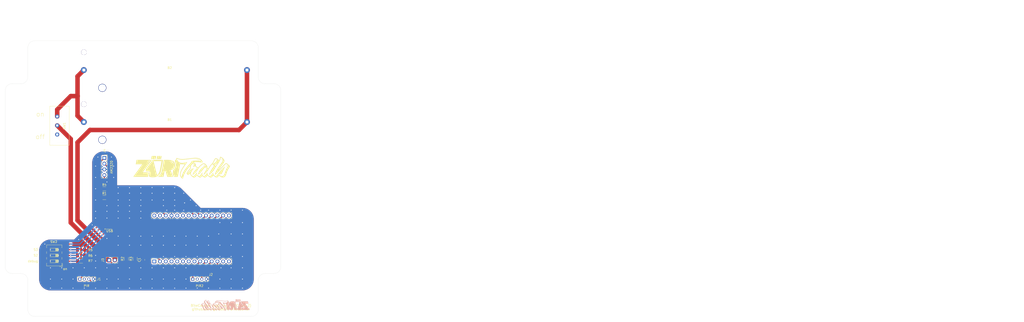
<source format=kicad_pcb>
(kicad_pcb (version 20240108) (generator "pcbnew") (generator_version "8.0")
  (layers (0 "F.Cu" signal) (31 "B.Cu" signal) (34 "B.Paste" user) (35 "F.Paste" user) (36 "B.SilkS" user "B.Silkscreen") (37 "F.SilkS" user "F.Silkscreen") (38 "B.Mask" user) (39 "F.Mask" user) (44 "Edge.Cuts" user))
  (net 0 "")
  (net 2 "+3V3")
  (net 4 "Net-(A1-D9)")
  (net 5 "Net-(A1-D8)")
  (net 6 "GND")
  (net 8 "PIR2_power")
  (net 12 "Net-(A1-D10)")
  (net 14 "PIR_signal")
  (net 16 "PIR2_signal")
  (net 17 "PIR_power")
  (net 18 "Net-(A1-A0)")
  (net 19 "Net-(A1-D7)")
  (net 27 "SDA")
  (net 28 "SCL")
  (net 30 "Net-(J3-Pin_1)")
  (net 31 "Net-(B1--)")
  (net 32 "Net-(B1-+)")
  (footprint "Resistor_SMD:R_1206_3216Metric_Pad1.30x1.75mm_HandSolder" (layer "F.Cu") (at 63.55 137)
    (property "Reference" "R7" (at 4.119335 -0.07183 0) (layer "F.SilkS"))
    (property "Value" "10k")
    (pad "1" smd roundrect (at -1.55 0) (size 1.3 1.75) (layers "F.Cu" "F.Paste" "F.Mask") (roundrect_rratio 0.192308) (net 19 "Net-(A1-D7)"))
    (pad "2" smd roundrect (at 1.55 0) (size 1.3 1.75) (layers "F.Cu" "F.Paste" "F.Mask") (roundrect_rratio 0.192308) (net 6 "GND"))
  )
  (footprint "Resistor_SMD:R_1206_3216Metric_Pad1.30x1.75mm_HandSolder" (layer "F.Cu") (at 63.55 134.46)
    (property "Reference" "R6" (at 4.119335 0.18217 0) (layer "F.SilkS"))
    (property "Value" "10k")
    (pad "1" smd roundrect (at -1.55 0) (size 1.3 1.75) (layers "F.Cu" "F.Paste" "F.Mask") (roundrect_rratio 0.192308) (net 5 "Net-(A1-D8)"))
    (pad "2" smd roundrect (at 1.55 0) (size 1.3 1.75) (layers "F.Cu" "F.Paste" "F.Mask") (roundrect_rratio 0.192308) (net 6 "GND"))
  )
  (footprint "General_TM:Arduino_MKR_WAN_1310" (layer "F.Cu") (at 95.98 137.181 90)
    (property "Reference" "A1" (hide yes))
    (property "Value" "Arduino_MKR_WAN_1310")
    (fp_text user "USB" (at 13.462 -19.812 0) (layer "F.SilkS"))
    (pad "1" thru_hole rect (at 0 0 90) (size 1.7 1.7) (drill 1) (layers "*.Cu" "*.Mask"))
    (pad "2" thru_hole oval (at 0 2.54 90) (size 1.7 1.7) (drill 1) (layers "*.Cu" "*.Mask") (net 18 "Net-(A1-A0)"))
    (pad "3" thru_hole oval (at 0 5.08 90) (size 1.7 1.7) (drill 1) (layers "*.Cu" "*.Mask"))
    (pad "4" thru_hole oval (at 0 7.62 90) (size 1.7 1.7) (drill 1) (layers "*.Cu" "*.Mask"))
    (pad "5" thru_hole oval (at 0 10.16 90) (size 1.7 1.7) (drill 1) (layers "*.Cu" "*.Mask"))
    (pad "6" thru_hole oval (at 0 12.7 90) (size 1.7 1.7) (drill 1) (layers "*.Cu" "*.Mask"))
    (pad "7" thru_hole oval (at 0 15.24 90) (size 1.7 1.7) (drill 1) (layers "*.Cu" "*.Mask"))
    (pad "8" thru_hole oval (at 0 17.78 90) (size 1.7 1.7) (drill 1) (layers "*.Cu" "*.Mask"))
    (pad "9" thru_hole oval (at 0 20.32 90) (size 1.7 1.7) (drill 1) (layers "*.Cu" "*.Mask") (net 14 "PIR_signal"))
    (pad "10" thru_hole oval (at 0 22.86 90) (size 1.7 1.7) (drill 1) (layers "*.Cu" "*.Mask") (net 16 "PIR2_signal"))
    (pad "11" thru_hole oval (at 0 25.4 90) (size 1.7 1.7) (drill 1) (layers "*.Cu" "*.Mask") (net 8 "PIR2_power"))
    (pad "12" thru_hole oval (at 0 27.94 90) (size 1.7 1.7) (drill 1) (layers "*.Cu" "*.Mask") (net 17 "PIR_power"))
    (pad "13" thru_hole oval (at 0 30.48 90) (size 1.7 1.7) (drill 1) (layers "*.Cu" "*.Mask"))
    (pad "14" thru_hole oval (at 0 33.02 90) (size 1.7 1.7) (drill 1) (layers "*.Cu" "*.Mask"))
    (pad "15" thru_hole oval (at 20.32 33.02 90) (size 1.7 1.7) (drill 1) (layers "*.Cu" "*.Mask"))
    (pad "16" thru_hole oval (at 20.32 30.48 90) (size 1.7 1.7) (drill 1) (layers "*.Cu" "*.Mask") (net 19 "Net-(A1-D7)"))
    (pad "17" thru_hole oval (at 20.32 27.94 90) (size 1.7 1.7) (drill 1) (layers "*.Cu" "*.Mask") (net 5 "Net-(A1-D8)"))
    (pad "18" thru_hole oval (at 20.32 25.4 90) (size 1.7 1.7) (drill 1) (layers "*.Cu" "*.Mask") (net 4 "Net-(A1-D9)"))
    (pad "19" thru_hole oval (at 20.32 22.86 90) (size 1.7 1.7) (drill 1) (layers "*.Cu" "*.Mask") (net 12 "Net-(A1-D10)"))
    (pad "20" thru_hole oval (at 20.32 20.32 90) (size 1.7 1.7) (drill 1) (layers "*.Cu" "*.Mask") (net 27 "SDA"))
    (pad "21" thru_hole oval (at 20.32 17.78 90) (size 1.7 1.7) (drill 1) (layers "*.Cu" "*.Mask") (net 28 "SCL"))
    (pad "22" thru_hole oval (at 20.32 15.24 90) (size 1.7 1.7) (drill 1) (layers "*.Cu" "*.Mask"))
    (pad "23" thru_hole oval (at 20.32 12.7 90) (size 1.7 1.7) (drill 1) (layers "*.Cu" "*.Mask"))
    (pad "24" thru_hole oval (at 20.32 10.16 90) (size 1.7 1.7) (drill 1) (layers "*.Cu" "*.Mask"))
    (pad "25" thru_hole oval (at 20.32 7.62 90) (size 1.7 1.7) (drill 1) (layers "*.Cu" "*.Mask") (net 6 "GND"))
    (pad "26" thru_hole oval (at 20.32 5.08 90) (size 1.7 1.7) (drill 1) (layers "*.Cu" "*.Mask") (net 2 "+3V3"))
    (pad "27" thru_hole oval (at 20.32 2.54 90) (size 1.7 1.7) (drill 1) (layers "*.Cu" "*.Mask"))
    (pad "28" thru_hole oval (at 20.32 0 90) (size 1.7 1.7) (drill 1) (layers "*.Cu" "*.Mask"))
  )
  (footprint "Capacitor_SMD:C_0805_2012Metric_Pad1.18x1.45mm_HandSolder" (layer "F.Cu") (at 91.016 136.475 90)
    (property "Reference" "C1" (at 0 -1.68 -90) (layer "F.SilkS"))
    (property "Value" "0.1uF")
    (pad "1" smd roundrect (at -1.0375 0 90) (size 1.175 1.45) (layers "F.Cu" "F.Paste" "F.Mask") (roundrect_rratio 0.212766) (net 18 "Net-(A1-A0)"))
    (pad "2" smd roundrect (at 1.0375 0 90) (size 1.175 1.45) (layers "F.Cu" "F.Paste" "F.Mask") (roundrect_rratio 0.212766) (net 6 "GND"))
  )
  (footprint "Resistor_SMD:R_1206_3216Metric_Pad1.30x1.75mm_HandSolder" (layer "F.Cu") (at 83.65 136.0125 90)
    (property "Reference" "R2" (at 0 -1.82 -90) (layer "F.SilkS"))
    (property "Value" "330k")
    (pad "1" smd roundrect (at -1.55 0 90) (size 1.3 1.75) (layers "F.Cu" "F.Paste" "F.Mask") (roundrect_rratio 0.192308) (net 30 "Net-(J3-Pin_1)"))
    (pad "2" smd roundrect (at 1.55 0 90) (size 1.3 1.75) (layers "F.Cu" "F.Paste" "F.Mask") (roundrect_rratio 0.192308) (net 18 "Net-(A1-A0)"))
  )
  (footprint "Resistor_SMD:R_1206_3216Metric_Pad1.30x1.75mm_HandSolder" (layer "F.Cu") (at 87.46 136.0125 90)
    (property "Reference" "R3" (at 0 -1.82 -90) (layer "F.SilkS"))
    (property "Value" "1.2M")
    (pad "1" smd roundrect (at -1.55 0 90) (size 1.3 1.75) (layers "F.Cu" "F.Paste" "F.Mask") (roundrect_rratio 0.192308) (net 18 "Net-(A1-A0)"))
    (pad "2" smd roundrect (at 1.55 0 90) (size 1.3 1.75) (layers "F.Cu" "F.Paste" "F.Mask") (roundrect_rratio 0.192308) (net 6 "GND"))
  )
  (footprint "Button_Switch_SMD:SW_DIP_SPSTx03_Slide_6.7x9.18mm_W8.61mm_P2.54mm_LowProfile" (layer "F.Cu") (at 51.695 134.54 180)
    (property "Reference" "SW2" (at 0.195 6.04 180) (layer "F.SilkS"))
    (property "Value" "SW_DIP_x03")
    (pad "1" smd rect (at -4.305 -2.54 180) (size 2.44 1.12) (layers "F.Cu" "F.Paste" "F.Mask") (net 19 "Net-(A1-D7)"))
    (pad "2" smd rect (at -4.305 0 180) (size 2.44 1.12) (layers "F.Cu" "F.Paste" "F.Mask") (net 5 "Net-(A1-D8)"))
    (pad "3" smd rect (at -4.305 2.54 180) (size 2.44 1.12) (layers "F.Cu" "F.Paste" "F.Mask") (net 4 "Net-(A1-D9)"))
    (pad "4" smd rect (at 4.305 2.54 180) (size 2.44 1.12) (layers "F.Cu" "F.Paste" "F.Mask") (net 12 "Net-(A1-D10)"))
    (pad "5" smd rect (at 4.305 0 180) (size 2.44 1.12) (layers "F.Cu" "F.Paste" "F.Mask") (net 12 "Net-(A1-D10)"))
    (pad "6" smd rect (at 4.305 -2.54 180) (size 2.44 1.12) (layers "F.Cu" "F.Paste" "F.Mask") (net 12 "Net-(A1-D10)"))
  )
  (footprint "Resistor_SMD:R_1206_3216Metric_Pad1.30x1.75mm_HandSolder" (layer "F.Cu") (at 63.55 131.92)
    (property "Reference" "R5" (at 4.119335 0.18217 0) (layer "F.SilkS"))
    (property "Value" "10k")
    (pad "1" smd roundrect (at -1.55 0) (size 1.3 1.75) (layers "F.Cu" "F.Paste" "F.Mask") (roundrect_rratio 0.192308) (net 4 "Net-(A1-D9)"))
    (pad "2" smd roundrect (at 1.55 0) (size 1.3 1.75) (layers "F.Cu" "F.Paste" "F.Mask") (roundrect_rratio 0.192308) (net 6 "GND"))
  )
  (footprint "Resistor_SMD:R_1206_3216Metric_Pad1.30x1.75mm_HandSolder" (layer "F.Cu") (at 73.872 108.89)
    (property "Reference" "R1" (at 0 -1.82 0) (layer "F.SilkS"))
    (property "Value" "10k")
    (pad "1" smd roundrect (at -1.55 0) (size 1.3 1.75) (layers "F.Cu" "F.Paste" "F.Mask") (roundrect_rratio 0.192308) (net 2 "+3V3"))
    (pad "2" smd roundrect (at 1.55 0) (size 1.3 1.75) (layers "F.Cu" "F.Paste" "F.Mask") (roundrect_rratio 0.192308) (net 28 "SCL"))
  )
  (footprint "Resistor_SMD:R_1206_3216Metric_Pad1.30x1.75mm_HandSolder" (layer "F.Cu") (at 73.872 105.08)
    (property "Reference" "R4" (at 0 -1.82 0) (layer "F.SilkS"))
    (property "Value" "10k")
    (pad "1" smd roundrect (at -1.55 0) (size 1.3 1.75) (layers "F.Cu" "F.Paste" "F.Mask") (roundrect_rratio 0.192308) (net 2 "+3V3"))
    (pad "2" smd roundrect (at 1.55 0) (size 1.3 1.75) (layers "F.Cu" "F.Paste" "F.Mask") (roundrect_rratio 0.192308) (net 27 "SDA"))
  )
  (footprint "Connector_PinSocket_2.54mm:PinSocket_1x04_P2.54mm_Vertical" (layer "F.Cu") (at 73.872 91.364)
    (property "Reference" "J4" (at 0 -3.175 90) (layer "F.SilkS"))
    (property "Value" "AM2320" (at 3.175 4.064 90) (layer "F.SilkS"))
    (pad "1" thru_hole rect (at 0 0) (size 1.7 1.7) (drill 1) (layers "*.Cu" "*.Mask") (net 2 "+3V3"))
    (pad "2" thru_hole oval (at 0 2.54) (size 1.7 1.7) (drill 1) (layers "*.Cu" "*.Mask") (net 27 "SDA"))
    (pad "3" thru_hole oval (at 0 5.08) (size 1.7 1.7) (drill 1) (layers "*.Cu" "*.Mask") (net 6 "GND"))
    (pad "4" thru_hole oval (at 0 7.62) (size 1.7 1.7) (drill 1) (layers "*.Cu" "*.Mask") (net 28 "SCL"))
  )
  (footprint "Connector_PinSocket_2.54mm:PinSocket_1x02_P2.54mm_Vertical" (layer "F.Cu") (at 75.975 136.611 90)
    (property "Reference" "J3" (at 0 -2.77 -90) (layer "F.SilkS"))
    (property "Value" "Conn_01x02_Socket" (hide yes))
    (pad "1" thru_hole rect (at 0 0 90) (size 1.7 1.7) (drill 1) (layers "*.Cu" "*.Mask") (net 30 "Net-(J3-Pin_1)"))
    (pad "2" thru_hole oval (at 0 2.54 90) (size 1.7 1.7) (drill 1) (layers "*.Cu" "*.Mask") (net 31 "Net-(B1--)"))
  )
  (footprint "General_TM:Switch_MHS12204" (layer "F.Cu") (at 53 73 90)
    (property "Reference" "SW1" (at -4.19 3.175 -90) (layer "F.SilkS"))
    (property "Value" "SW_SPST")
    (pad "" np_thru_hole circle (at -11.5 -2 90) (size 1.4 1.4) (drill 1.4) (layers "*.Cu" "*.Mask"))
    (pad "" np_thru_hole circle (at 3.5 4.2 90) (size 1.4 1.4) (drill 1.4) (layers "*.Cu" "*.Mask"))
    (pad "1" thru_hole circle (at 0 0 90) (size 1.8 1.8) (drill 0.9) (layers "*.Cu" "*.Mask") (net 32 "Net-(B1-+)"))
    (pad "2" thru_hole circle (at -4 0 90) (size 1.8 1.8) (drill 0.9) (layers "*.Cu" "*.Mask") (net 30 "Net-(J3-Pin_1)"))
    (pad "3" thru_hole circle (at -8 0 90) (size 1.8 1.8) (drill 0.9) (layers "*.Cu" "*.Mask"))
  )
  (footprint "Connector_PinSocket_2.00mm:PinSocket_1x04_P2.00mm_Vertical" (layer "F.Cu") (at 63 145 90)
    (property "Reference" "J1" (at 0 8.5 0) (layer "F.SilkS"))
    (property "Value" "PIR Sensor")
    (pad "1" thru_hole rect (at 0 0 90) (size 1.35 1.35) (drill 0.8) (layers "*.Cu" "*.Mask") (net 14 "PIR_signal"))
    (pad "2" thru_hole oval (at 0 2 90) (size 1.35 1.35) (drill 0.8) (layers "*.Cu" "*.Mask"))
    (pad "3" thru_hole oval (at 0 4 90) (size 1.35 1.35) (drill 0.8) (layers "*.Cu" "*.Mask") (net 17 "PIR_power"))
    (pad "4" thru_hole oval (at 0 6 90) (size 1.35 1.35) (drill 0.8) (layers "*.Cu" "*.Mask") (net 6 "GND"))
  )
  (footprint "General_TM:BatteryHolder_Keystone_1043_1x18650" (layer "F.Cu") (at 64.78 52.475 180)
    (property "Reference" "B2" (at -38 1 180) (layer "F.SilkS"))
    (property "Value" "Keystone_1043")
    (pad "" np_thru_hole circle (at -63.4 7.87 180) (size 3.55 3.55) (drill 3.55) (layers "F&B.Cu" "*.Mask"))
    (pad "" np_thru_hole circle (at -8.2 -7.87 180) (size 3.55 3.55) (drill 3.18) (layers "F&B.Cu" "*.Mask"))
    (pad "" np_thru_hole circle (at 0 7.87 180) (size 2.39 2.39) (drill 2.38) (layers "F&B.Cu" "*.Mask"))
    (pad "1" thru_hole circle (at 0 0 180) (size 2.64 2.64) (drill 1.32) (layers "*.Cu" "*.Mask") (net 32 "Net-(B1-+)"))
    (pad "2" thru_hole circle (at -72.22 0 180) (size 2.64 2.64) (drill 1.32) (layers "*.Cu" "*.Mask") (net 31 "Net-(B1--)"))
  )
  (footprint "ZueriTrailsLogo:ZueriTrailsLogo" (layer "F.Cu") (at 108 95.5)
    (property "Reference" "G***" (hide yes))
    (property "Value" "LOGO" (hide yes))
  )
  (footprint "MountingHole:MountingHole_4.3mm_M4" (layer "F.Cu") (at 146.935 128.49)
    (property "Reference" "REF**" (hide yes))
    (property "Value" "MountingHole_4.3mm_M4" (hide yes))
    (pad "" np_thru_hole circle (at 0 0) (size 4.3 4.3) (drill 4.3) (layers "F&B.Cu" "*.Mask"))
  )
  (footprint "MountingHole:MountingHole_4.3mm_M4" (layer "F.Cu") (at 35.065 72.56)
    (property "Reference" "REF**" (hide yes))
    (property "Value" "MountingHole_4.3mm_M4" (hide yes))
    (pad "" np_thru_hole circle (at 0 0) (size 4.3 4.3) (drill 4.3) (layers "F&B.Cu" "*.Mask"))
  )
  (footprint "General_TM:BatteryHolder_Keystone_1043_1x18650" (layer "F.Cu") (at 64.78 75.475 180)
    (property "Reference" "B1" (at -38 1 180) (layer "F.SilkS"))
    (property "Value" "Keystone_1043")
    (pad "" np_thru_hole circle (at -63.4 7.87 180) (size 3.55 3.55) (drill 3.55) (layers "F&B.Cu" "*.Mask"))
    (pad "" np_thru_hole circle (at -8.2 -7.87 180) (size 3.55 3.55) (drill 3.18) (layers "F&B.Cu" "*.Mask"))
    (pad "" np_thru_hole circle (at 0 7.87 180) (size 2.39 2.39) (drill 2.38) (layers "F&B.Cu" "*.Mask"))
    (pad "1" thru_hole circle (at 0 0 180) (size 2.64 2.64) (drill 1.32) (layers "*.Cu" "*.Mask") (net 32 "Net-(B1-+)"))
    (pad "2" thru_hole circle (at -72.22 0 180) (size 2.64 2.64) (drill 1.32) (layers "*.Cu" "*.Mask") (net 31 "Net-(B1--)"))
  )
  (footprint "Connector_PinSocket_2.00mm:PinSocket_1x04_P2.00mm_Vertical" (layer "F.Cu") (at 113 145 90)
    (property "Reference" "J2" (at 2 8 0) (layer "F.SilkS"))
    (property "Value" "PIR Sensor 2")
    (pad "1" thru_hole rect (at 0 0 90) (size 1.35 1.35) (drill 0.8) (layers "*.Cu" "*.Mask") (net 16 "PIR2_signal"))
    (pad "2" thru_hole oval (at 0 2 90) (size 1.35 1.35) (drill 0.8) (layers "*.Cu" "*.Mask"))
    (pad "3" thru_hole oval (at 0 4 90) (size 1.35 1.35) (drill 0.8) (layers "*.Cu" "*.Mask") (net 8 "PIR2_power"))
    (pad "4" thru_hole oval (at 0 6 90) (size 1.35 1.35) (drill 0.8) (layers "*.Cu" "*.Mask") (net 6 "GND"))
  )
  (footprint "MountingHole:MountingHole_4.3mm_M4" (layer "F.Cu") (at 35.065 128.49)
    (property "Reference" "REF**" (hide yes))
    (property "Value" "MountingHole_4.3mm_M4" (hide yes))
    (pad "" np_thru_hole circle (at 0 0) (size 4.3 4.3) (drill 4.3) (layers "F&B.Cu" "*.Mask"))
  )
  (footprint "MountingHole:MountingHole_4.3mm_M4" (layer "F.Cu") (at 146.935 72.56)
    (property "Reference" "REF**" (hide yes))
    (property "Value" "MountingHole_4.3mm_M4" (hide yes))
    (pad "" np_thru_hole circle (at 0 0) (size 4.3 4.3) (drill 4.3) (layers "*.Cu" "*.Mask"))
  )
  (footprint "ZueriTrailsLogo:ZueriTrailsLogo_small" (layer "B.Cu") (at 127.5 156.5 180)
    (property "Reference" "G***" (hide yes))
    (property "Value" "LOGO" (hide yes))
  )
  (gr_line (start 74.009 122.83) (end 74.263 122.576) (stroke (width 0.12)) (layer "F.SilkS"))
  (gr_line (start 74.009 122.83) (end 74.263 123.084) (stroke (width 0.12)) (layer "F.SilkS"))
  (gr_line (start 77.311 122.83) (end 74.009 122.83) (stroke (width 0.12)) (layer "F.SilkS"))
  (gr_line (start 30 139.525) (end 30 100.525) (stroke (width 0.05)) (layer "Edge.Cuts"))
  (gr_line (start 37 142.525) (end 33 142.525) (stroke (width 0.05)) (layer "Edge.Cuts"))
  (gr_arc (start 33 142.525) (mid 30.87868 141.64632) (end 30 139.525) (stroke (width 0.05)) (layer "Edge.Cuts"))
  (gr_line (start 142 42.525) (end 142 55.525) (stroke (width 0.05)) (layer "Edge.Cuts"))
  (gr_arc (start 43 161.525) (mid 40.87868 160.64632) (end 40 158.525) (stroke (width 0.05)) (layer "Edge.Cuts"))
  (gr_arc (start 30 61.525) (mid 30.87868 59.40368) (end 33 58.525) (stroke (width 0.05)) (layer "Edge.Cuts"))
  (gr_arc (start 152 139.525) (mid 151.121329 141.64634) (end 149 142.525) (stroke (width 0.05)) (layer "Edge.Cuts"))
  (gr_line (start 142 158.525) (end 142 145.525) (stroke (width 0.05)) (layer "Edge.Cuts"))
  (gr_line (start 145 58.525) (end 149 58.525) (stroke (width 0.05)) (layer "Edge.Cuts"))
  (gr_arc (start 149 58.525) (mid 151.12132 59.40368) (end 152 61.525) (stroke (width 0.05)) (layer "Edge.Cuts"))
  (gr_line (start 37 58.525) (end 33 58.525) (stroke (width 0.05)) (layer "Edge.Cuts"))
  (gr_line (start 30 61.525) (end 30 100.525) (stroke (width 0.05)) (layer "Edge.Cuts"))
  (gr_line (start 152 61.525) (end 152 100.525) (stroke (width 0.05)) (layer "Edge.Cuts"))
  (gr_arc (start 40 55.525) (mid 39.12132 57.64632) (end 37 58.525) (stroke (width 0.05)) (layer "Edge.Cuts"))
  (gr_arc (start 142 158.525) (mid 141.121329 160.64634) (end 139 161.525) (stroke (width 0.05)) (layer "Edge.Cuts"))
  (gr_line (start 43 161.525) (end 91 161.525) (stroke (width 0.05)) (layer "Edge.Cuts"))
  (gr_arc (start 139 39.525) (mid 141.12132 40.40368) (end 142 42.525) (stroke (width 0.05)) (layer "Edge.Cuts"))
  (gr_arc (start 40 42.525) (mid 40.87868 40.40368) (end 43 39.525) (stroke (width 0.05)) (layer "Edge.Cuts"))
  (gr_line (start 145 142.525) (end 149 142.525) (stroke (width 0.05)) (layer "Edge.Cuts"))
  (gr_arc (start 142 145.525) (mid 142.878688 143.4037) (end 145 142.525) (stroke (width 0.05)) (layer "Edge.Cuts"))
  (gr_line (start 40 158.525) (end 40 145.525) (stroke (width 0.05)) (layer "Edge.Cuts"))
  (gr_line (start 139 39.525) (end 91 39.525) (stroke (width 0.05)) (layer "Edge.Cuts"))
  (gr_line (start 40 42.525) (end 40 55.525) (stroke (width 0.05)) (layer "Edge.Cuts"))
  (gr_line (start 152 139.525) (end 152 100.525) (stroke (width 0.05)) (layer "Edge.Cuts"))
  (gr_arc (start 145 58.525) (mid 142.87868 57.64632) (end 142 55.525) (stroke (width 0.05)) (layer "Edge.Cuts"))
  (gr_line (start 43 39.525) (end 91 39.525) (stroke (width 0.05)) (layer "Edge.Cuts"))
  (gr_line (start 139 161.525) (end 91 161.525) (stroke (width 0.05)) (layer "Edge.Cuts"))
  (gr_arc (start 37 142.525) (mid 39.12132 143.40368) (end 40 145.525) (stroke (width 0.05)) (layer "Edge.Cuts"))
  (gr_text "S3" (at 43.5 131.96 0) (layer "F.SilkS") (effects (font (size 1 1))))
  (gr_text "S2" (at 43.5 134.5 0) (layer "F.SilkS") (effects (font (size 1 1))))
  (gr_text "PIR" (at 66 148 0) (layer "F.SilkS") (effects (font (size 1 1))))
  (gr_text "on" (at 45.5 72 0) (layer "F.SilkS") (effects (font (size 2 2))))
  (gr_text "off" (at 45.5 82 0) (layer "F.SilkS") (effects (font (size 2 2))))
  (gr_text "on" (at 56.5 140.5 0) (layer "F.SilkS") (effects (font (size 1 1))))
  (gr_text "BikeCounter logic layer (PCB v0.2)\ngithub.com/guidosch/bikecounter" (at 125.5 157.5 0) (layer "F.SilkS") (effects (font (size 1 1))))
  (gr_text "debug" (at 42.27 137.04 0) (layer "F.SilkS") (effects (font (size 1 1))))
  (gr_text "PIR2" (at 116 148 0) (layer "F.SilkS") (effects (font (size 1 1))))
  (segment (start 72.3845 92.8515) (end 72.3845 105.08) (width 0.5) (layer "F.Cu") (net 2))
  (segment (start 73.872 91.364) (end 72.3845 92.8515) (width 0.5) (layer "F.Cu") (net 2))
  (segment (start 72.322 109.322) (end 74.2565 111.2565) (width 0.5) (layer "F.Cu") (net 2))
  (segment (start 74.2565 111.2565) (end 95.4555 111.2565) (width 0.5) (layer "F.Cu") (net 2))
  (segment (start 72.322 108.89) (end 72.322 109.322) (width 0.5) (layer "F.Cu") (net 2))
  (segment (start 95.4555 111.2565) (end 101.06 116.861) (width 0.5) (layer "F.Cu") (net 2))
  (segment (start 72.3845 108.89) (end 72.3845 105.08) (width 0.5) (layer "F.Cu") (net 2))
  (segment (start 56 132) (end 59 132) (width 0.5) (layer "F.Cu") (net 4))
  (segment (start 73 121.5) (end 116.741 121.5) (width 0.5) (layer "F.Cu") (net 4))
  (segment (start 71 123.5) (end 73 121.5) (width 0.5) (layer "F.Cu") (net 4))
  (segment (start 59 132) (end 61.92 132) (width 0.5) (layer "F.Cu") (net 4))
  (segment (start 61.92 132) (end 62 131.92) (width 0.5) (layer "F.Cu") (net 4))
  (segment (start 116.741 121.5) (end 121.38 116.861) (width 0.5) (layer "F.Cu") (net 4))
  (via (at 59 132) (size 0.8) (drill 0.4) (layers "F.Cu" "B.Cu") (net 4))
  (via (at 71 123.5) (size 0.8) (drill 0.4) (layers "F.Cu" "B.Cu") (net 4))
  (segment (start 59 132) (end 62.5 132) (width 0.5) (layer "B.Cu") (net 4))
  (segment (start 62.5 132) (end 71 123.5) (width 0.5) (layer "B.Cu") (net 4))
  (segment (start 58.96 134.54) (end 56 134.54) (width 0.5) (layer "F.Cu") (net 5))
  (segment (start 61.92 134.54) (end 62 134.46) (width 0.5) (layer "F.Cu") (net 5))
  (segment (start 58.96 134.54) (end 61.92 134.54) (width 0.5) (layer "F.Cu") (net 5))
  (segment (start 117.781 123) (end 123.92 116.861) (width 0.5) (layer "F.Cu") (net 5))
  (segment (start 72 124.5) (end 73.5 123) (width 0.5) (layer "F.Cu") (net 5))
  (segment (start 73.5 123) (end 117.781 123) (width 0.5) (layer "F.Cu") (net 5))
  (via (at 72 124.5) (size 0.8) (drill 0.4) (layers "F.Cu" "B.Cu") (net 5))
  (via (at 58.96 134.54) (size 0.8) (drill 0.4) (layers "F.Cu" "B.Cu") (net 5))
  (segment (start 58.96 134.54) (end 61.96 134.54) (width 0.5) (layer "B.Cu") (net 5))
  (segment (start 61.96 134.54) (end 72 124.5) (width 0.5) (layer "B.Cu") (net 5))
  (segment (start 87.46 134.525) (end 90.091 134.525) (width 0.5) (layer "F.Cu") (net 6))
  (segment (start 90.091 134.525) (end 91.016 135.45) (width 0.5) (layer "F.Cu") (net 6))
  (segment (start 87.46 134.525) (end 87.46 134.425) (width 0.5) (layer "F.Cu") (net 6))
  (via (at 105 107) (size 0.8) (drill 0.4) (layers "F.Cu" "B.Cu") (net 6))
  (via (at 105 104.5) (size 0.8) (drill 0.4) (layers "F.Cu" "B.Cu") (net 6))
  (via (at 105 140) (size 0.8) (drill 0.4) (layers "F.Cu" "B.Cu") (net 6))
  (via (at 50 149) (size 0.8) (drill 0.4) (layers "F.Cu" "B.Cu") (net 6))
  (via (at 105 114.5) (size 0.8) (drill 0.4) (layers "F.Cu" "B.Cu") (net 6))
  (via (at 95 104.5) (size 0.8) (drill 0.4) (layers "F.Cu" "B.Cu") (net 6))
  (via (at 78 95) (size 0.8) (drill 0.4) (layers "F.Cu" "B.Cu") (net 6))
  (via (at 114.5 112.5) (size 0.8) (drill 0.4) (layers "F.Cu" "B.Cu") (net 6))
  (via (at 70 118) (size 0.8) (drill 0.4) (layers "F.Cu" "B.Cu") (net 6))
  (via (at 50 137) (size 0.8) (drill 0.4) (layers "F.Cu" "B.Cu") (net 6))
  (via (at 90 115) (size 0.8) (drill 0.4) (layers "F.Cu" "B.Cu") (net 6))
  (via (at 85 104.5) (size 0.8) (drill 0.4) (layers "F.Cu" "B.Cu") (net 6))
  (via (at 135 135) (size 0.8) (drill 0.4) (layers "F.Cu" "B.Cu") (net 6))
  (via (at 125 135) (size 0.8) (drill 0.4) (layers "F.Cu" "B.Cu") (net 6))
  (via (at 130 135) (size 0.8) (drill 0.4) (layers "F.Cu" "B.Cu") (net 6))
  (via (at 90 107) (size 0.8) (drill 0.4) (layers "F.Cu" "B.Cu") (net 6))
  (via (at 50 132) (size 0.8) (drill 0.4) (layers "F.Cu" "B.Cu") (net 6))
  (via (at 135 125) (size 0.8) (drill 0.4) (layers "F.Cu" "B.Cu") (net 6))
  (via (at 77 91) (size 0.8) (drill 0.4) (layers "F.Cu" "B.Cu") (net 6))
  (via (at 95 145) (size 0.8) (drill 0.4) (layers "F.Cu" "B.Cu") (net 6))
  (via (at 110 145) (size 0.8) (drill 0.4) (layers "F.Cu" "B.Cu") (net 6))
  (via (at 53.5 137) (size 0.8) (drill 0.4) (layers "F.Cu" "B.Cu") (net 6))
  (via (at 100 149) (size 0.8) (drill 0.4) (layers "F.Cu" "B.Cu") (net 6))
  (via (at 100 110) (size 0.8) (drill 0.4) (layers "F.Cu" "B.Cu") (net 6))
  (via (at 100 107) (size 0.8) (drill 0.4) (layers "F.Cu" "B.Cu") (net 6))
  (via (at 109 107) (size 0.8) (drill 0.4) (layers "F.Cu" "B.Cu") (net 6))
  (via (at 75 102) (size 0.8) (drill 0.4) (layers "F.Cu" "B.Cu") (net 6))
  (via (at 85 145) (size 0.8) (drill 0.4) (layers "F.Cu" "B.Cu") (net 6))
  (via (at 85 112.5) (size 0.8) (drill 0.4) (layers "F.Cu" "B.Cu") (net 6))
  (via (at 90 140) (size 0.8) (drill 0.4) (layers "F.Cu" "B.Cu") (net 6))
  (via (at 115 130) (size 0.8) (drill 0.4) (layers "F.Cu" "B.Cu") (net 6))
  (via (at 135 130) (size 0.8) (drill 0.4) (layers "F.Cu" "B.Cu") (net 6))
  (via (at 80 145) (size 0.8) (drill 0.4) (layers "F.Cu" "B.Cu") (net 6))
  (via (at 65 149) (size 0.8) (drill 0.4) (layers "F.Cu" "B.Cu") (net 6))
  (via (at 135 149) (size 0.8) (drill 0.4) (layers "F.Cu" "B.Cu") (net 6))
  (via (at 60 140) (size 0.8) (drill 0.4) (layers "F.Cu" "B.Cu") (net 6))
  (via (at 47.5 129.5) (size 0.8) (drill 0.4) (layers "F.Cu" "B.Cu") (net 6))
  (via (at 70 95) (size 0.8) (drill 0.4) (layers "F.Cu" "B.Cu") (net 6))
  (via (at 80 149) (size 0.8) (drill 0.4) (layers "F.Cu" "B.Cu") (net 6))
  (via (at 120 135) (size 0.8) (drill 0.4) (layers "F.Cu" "B.Cu") (net 6))
  (via (at 116.5 114.5) (size 0.8) (drill 0.4) (layers "F.Cu" "B.Cu") (net 6))
  (via (at 110 130) (size 0.8) (drill 0.4) (layers "F.Cu" "B.Cu") (net 6))
  (via (at 115 149) (size 0.8) (drill 0.4) (layers "F.Cu" "B.Cu") (net 6))
  (via (at 135 140) (size 0.8) (drill 0.4) (layers "F.Cu" "B.Cu") (net 6))
  (via (at 50 134.5) (size 0.8) (drill 0.4) (layers "F.Cu" "B.Cu") (net 6))
  (via (at 70 115) (size 0.8) (drill 0.4) (layers "F.Cu" "B.Cu") (net 6))
  (via (at 85 115) (size 0.8) (drill 0.4) (layers "F.Cu" "B.Cu") (net 6))
  (via (at 70 149) (size 0.8) (drill 0.4) (layers "F.Cu" "B.Cu") (net 6))
  (via (at 78 100) (size 0.8) (drill 0.4) (layers "F.Cu" "B.Cu") (net 6))
  (via (at 65 140) (size 0.8) (drill 0.4) (layers "F.Cu" "B.Cu") (net 6))
  (via (at 95 140) (size 0.8) (drill 0.4) (layers "F.Cu" "B.Cu") (net 6))
  (via (at 71 91) (size 0.8) (drill 0.4) (layers "F.Cu" "B.Cu") (net 6))
  (via (at 62.5 127.5) (size 0.8) (drill 0.4) (layers "F.Cu" "B.Cu") (net 6))
  (via (at 100 145) (size 0.8) (drill 0.4) (layers "F.Cu" "B.Cu") (net 6))
  (via (at 124.5 125) (size 0.8) (drill 0.4) (layers "F.Cu" "B.Cu") (net 6))
  (via (at 75 118) (size 0.8) (drill 0.4) (layers "F.Cu" "B.Cu") (net 6))
  (via (at 80 115) (size 0.8) (drill 0.4) (layers "F.Cu" "B.Cu") (net 6))
  (via (at 70 134.5) (size 0.8) (drill 0.4) (layers "F.Cu" "B.Cu") (net 6))
  (via (at 95 107) (size 0.8) (drill 0.4) (layers "F.Cu" "B.Cu") (net 6))
  (via (at 100 130) (size 0.8) (drill 0.4) (layers "F.Cu" "B.Cu") (net 6))
  (via (at 120 114.5) (size 0.8) (drill 0.4) (layers "F.Cu" "B.Cu") (net 6))
  (via (at 50 140) (size 0.8) (drill 0.4) (layers "F.Cu" "B.Cu") (net 6))
  (via (at 85 140) (size 0.8) (drill 0.4) (layers "F.Cu" "B.Cu") (net 6))
  (via (at 100 135) (size 0.8) (drill 0.4) (layers "F.Cu" "B.Cu") (net 6))
  (via (at 70 105) (size 0.8) (drill 0.4) (layers "F.Cu" "B.Cu") (net 6))
  (via (at 85 126) (size 0.8) (drill 0.4) (layers "F.Cu" "B.Cu") (net 6))
  (via (at 90 118) (size 0.8) (drill 0.4) (layers "F.Cu" "B.Cu") (net 6))
  (via (at 55 149) (size 0.8) (drill 0.4) (layers "F.Cu" "B.Cu") (net 6))
  (via (at 105 135) (size 0.8) (drill 0.4) (layers "F.Cu" "B.Cu") (net 6))
  (via (at 90 104.5) (size 0.8) (drill 0.4) (layers "F.Cu" "B.Cu") (net 6))
  (via (at 115 126) (size 0.8) (drill 0.4) (layers "F.Cu" "B.Cu") (net 6))
  (via (at 80 140) (size 0.8) (drill 0.4) (layers "F.Cu" "B.Cu") (net 6))
  (via (at 135 145) (size 0.8) (drill 0.4) (layers "F.Cu" "B.Cu") (net 6))
  (via (at 95 130) (size 0.8) (drill 0.4) (layers "F.Cu" "B.Cu") (net 6))
  (via (at 135 120) (size 0.8) (drill 0.4) (layers "F.Cu" "B.Cu") (net 6))
  (via (at 125 120) (size 0.8) (drill 0.4) (layers "F.Cu" "B.Cu") (net 6))
  (via (at 60 149) (size 0.8) (drill 0.4) (layers "F.Cu" "B.Cu") (net 6))
  (via (at 115 135) (size 0.8) (drill 0.4) (layers "F.Cu" "B.Cu") (net 6))
  (via (at 75 127) (size 0.8) (drill 0.4) (layers "F.Cu" "B.Cu") (net 6))
  (via (at 75 140) (size 0.8) (drill 0.4) (layers "F.Cu" "B.Cu") (net 6))
  (via (at 100 126) (size 0.8) (drill 0.4) (layers "F.Cu" "B.Cu") (net 6))
  (via (at 55 140) (size 0.8) (drill 0.4) (layers "F.Cu" "B.Cu") (net 6))
  (via (at 53.5 132) (size 0.8) (drill 0.4) (layers "F.Cu" "B.Cu") (net 6))
  (via (at 130 114.5) (size 0.8) (drill 0.4) (layers "F.Cu" "B.Cu") (net 6))
  (via (at 130 125) (size 0.8) (drill 0.4) (layers "F.Cu" "B.Cu") (net 6))
  (via (at 90 149) (size 0.8) (drill 0.4) (layers "F.Cu" "B.Cu") (net 6))
  (via (at 120 130) (size 0.8) (drill 0.4) (layers "F.Cu" "B.Cu") (net 6))
  (via (at 70 110) (size 0.8) (drill 0.4) (layers "F.Cu" "B.Cu") (net 6))
  (via (at 105 130) (size 0.8) (drill 0.4) (layers "F.Cu" "B.Cu") (net 6))
  (via (at 130 145) (size 0.8) (drill 0.4) (layers "F.Cu" "B.Cu") (net 6))
  (via (at 80 118) (size 0.8) (drill 0.4) (layers "F.Cu" "B.Cu") (net 6))
  (via (at 120 149) (size 0.8) (drill 0.4) (layers "F.Cu" "B.Cu") (net 6))
  (via (at 130 140) (size 0.8) (drill 0.4) (layers "F.Cu" "B.Cu") (net 6))
  (via (at 55 145) (size 0.8) (drill 0.4) (layers "F.Cu" "B.Cu") (net 6))
  (via (at 80 104.5) (size 0.8) (drill 0.4) (layers "F.Cu" "B.Cu") (net 6))
  (via (at 100 112.5) (size 0.8) (drill 0.4) (layers "F.Cu" "B.Cu") (net 6))
  (via (at 125 130) (size 0.8) (drill 0.4) (layers "F.Cu" "B.Cu") (net 6))
  (via (at 130 149) (size 0.8) (drill 0.4) (layers "F.Cu" "B.Cu") (net 6))
  (via (at 53.5 134.5) (size 0.8) (drill 0.4) (layers "F.Cu" "B.Cu") (net 6))
  (via (at 100 140) (size 0.8) (drill 0.4) (layers "F.Cu" "B.Cu") (net 6))
  (via (at 50 145) (size 0.8) (drill 0.4) (layers "F.Cu" "B.Cu") (net 6))
  (via (at 125 145) (size 0.8) (drill 0.4) (layers "F.Cu" "B.Cu") (net 6))
  (via (at 90 110) (size 0.8) (drill 0.4) (layers "F.Cu" "B.Cu") (net 6))
  (via (at 68.5 121) (size 0.8) (drill 0.4) (layers "F.Cu" "B.Cu") (net 6))
  (via (at 125.5 140) (size 0.8) (drill 0.4) (layers "F.Cu" "B.Cu") (net 6))
  (via (at 110 140) (size 0.8) (drill 0.4) (layers "F.Cu" "B.Cu") (net 6))
  (via (at 90 130) (size 0.8) (drill 0.4) (layers "F.Cu" "B.Cu") (net 6))
  (via (at 90 126) (size 0.8) (drill 0.4) (layers "F.Cu" "B.Cu") (net 6))
  (via (at 105 149) (size 0.8) (drill 0.4) (layers "F.Cu" "B.Cu") (net 6))
  (via (at 135 114.5) (size 0.8) (drill 0.4) (layers "F.Cu" "B.Cu") (net 6))
  (via (at 110 135) (size 0.8) (drill 0.4) (layers "F.Cu" "B.Cu") (net 6))
  (via (at 109.390289 111.256746) (size 0.8) (drill 0.4) (layers "F.Cu" "B.Cu") (net 6))
  (via (at 70 100) (size 0.8) (drill 0.4) (layers "F.Cu" "B.Cu") (net 6))
  (via (at 75 115) (size 0.8) (drill 0.4) (layers "F.Cu" "B.Cu") (net 6))
  (via (at 75 145) (size 0.8) (drill 0.4) (layers "F.Cu" "B.Cu") (net 6))
  (via (at 105 112.5) (size 0.8) (drill 0.4) (layers "F.Cu" "B.Cu") (net 6))
  (via (at 90 145) (size 0.8) (drill 0.4) (layers "F.Cu" "B.Cu") (net 6))
  (via (at 130 130) (size 0.8) (drill 0.4) (layers "F.Cu" "B.Cu") (net 6))
  (via (at 80 130) (size 0.8) (drill 0.4) (layers "F.Cu" "B.Cu") (net 6))
  (via (at 105 126) (size 0.8) (drill 0.4) (layers "F.Cu" "B.Cu") (net 6))
  (via (at 105 145) (size 0.8) (drill 0.4) (layers "F.Cu" "B.Cu") (net 6))
  (via (at 70 140) (size 0.8) (drill 0.4) (layers "F.Cu" "B.Cu") (net 6))
  (via (at 75 112.5) (size 0.8) (drill 0.4) (layers "F.Cu" "B.Cu") (net 6))
  (via (at 85 149) (size 0.8) (drill 0.4) (layers "F.Cu" "B.Cu") (net 6))
  (via (at 110 126) (size 0.8) (drill 0.4) (layers "F.Cu" "B.Cu") (net 6))
  (via (at 80 107) (size 0.8) (drill 0.4) (layers "F.Cu" "B.Cu") (net 6))
  (via (at 75 149) (size 0.8) (drill 0.4) (layers "F.Cu" "B.Cu") (net 6))
  (via (at 101.5 114.5) (size 0.8) (drill 0.4) (layers "F.Cu" "B.Cu") (net 6))
  (via (at 85 118) (size 0.8) (drill 0.4) (layers "F.Cu" "B.Cu") (net 6))
  (via (at 90 112.5) (size 0.8) (drill 0.4) (layers "F.Cu" "B.Cu") (net 6))
  (via (at 109 114.5) (size 0.8) (drill 0.4) (layers "F.Cu" "B.Cu") (net 6))
  (via (at 130 120) (size 0.8) (drill 0.4) (layers "F.Cu" "B.Cu") (net 6))
  (via (at 125 114.5) (size 0.8) (drill 0.4) (layers "F.Cu" "B.Cu") (net 6))
  (via (at 95 149) (size 0.8) (drill 0.4) (layers "F.Cu" "B.Cu") (net 6))
  (via (at 120 126) (size 0.8) (drill 0.4) (layers "F.Cu" "B.Cu") (net 6))
  (via (at 95 110) (size 0.8) (drill 0.4) (layers "F.Cu" "B.Cu") (net 6))
  (via (at 85 107) (size 0.8) (drill 0.4) (layers "F.Cu" "B.Cu") (net 6))
  (via (at 85 110) (size 0.8) (drill 0.4) (layers "F.Cu" "B.Cu") (net 6))
  (via (at 80 126) (size 0.8) (drill 0.4) (layers "F.Cu" "B.Cu") (net 6))
  (via (at 105 110) (size 0.8) (drill 0.4) (layers "F.Cu" "B.Cu") (net 6))
  (via (at 80 110) (size 0.8) (drill 0.4) (layers "F.Cu" "B.Cu") (net 6))
  (via (at 100 104.5) (size 0.8) (drill 0.4) (layers "F.Cu" "B.Cu") (net 6))
  (via (at 112 110) (size 0.8) (drill 0.4) (layers "F.Cu" "B.Cu") (net 6))
  (via (at 125 149) (size 0.8) (drill 0.4) (layers "F.Cu" "B.Cu") (net 6))
  (via (at 80 112.5) (size 0.8) (drill 0.4) (layers "F.Cu" "B.Cu") (net 6))
  (via (at 95 126) (size 0.8) (drill 0.4) (layers "F.Cu" "B.Cu") (net 6))
  (via (at 70 137) (size 0.8) (drill 0.4) (layers "F.Cu" "B.Cu") (net 6))
  (via (at 110 149) (size 0.8) (drill 0.4) (layers "F.Cu" "B.Cu") (net 6))
  (via (at 60 145) (size 0.8) (drill 0.4) (layers "F.Cu" "B.Cu") (net 6))
  (via (at 85 130) (size 0.8) (drill 0.4) (layers "F.Cu" "B.Cu") (net 6))
  (segment (start 117 141.561) (end 121.38 137.181) (width 0.5) (layer "F.Cu") (net 8))
  (segment (start 117 145) (end 117 141.561) (width 0.5) (layer "F.Cu") (net 8))
  (segment (start 115.701 120) (end 118.84 116.861) (width 0.5) (layer "F.Cu") (net 12))
  (segment (start 59 129.5) (end 49.89 129.5) (width 0.5) (layer "F.Cu") (net 12))
  (segment (start 47.39 137.08) (end 47.39 132) (width 0.5) (layer "F.Cu") (net 12))
  (segment (start 49.89 129.5) (end 47.39 132) (width 0.5) (layer "F.Cu") (net 12))
  (segment (start 70 122.5) (end 72.5 120) (width 0.5) (layer "F.Cu") (net 12))
  (segment (start 72.5 120) (end 115.701 120) (width 0.5) (layer "F.Cu") (net 12))
  (via (at 70 122.5) (size 0.8) (drill 0.4) (layers "F.Cu" "B.Cu") (net 12))
  (via (at 59 129.5) (size 0.8) (drill 0.4) (layers "F.Cu" "B.Cu") (net 12))
  (segment (start 59 129.5) (end 63 129.5) (width 0.5) (layer "B.Cu") (net 12))
  (segment (start 63 129.5) (end 70 122.5) (width 0.5) (layer "B.Cu") (net 12))
  (segment (start 116.3 137.181) (end 111.481 142) (width 0.5) (layer "F.Cu") (net 14))
  (segment (start 66 142) (end 63 145) (width 0.5) (layer "F.Cu") (net 14))
  (segment (start 111.481 142) (end 66 142) (width 0.5) (layer "F.Cu") (net 14))
  (segment (start 113 145) (end 113 143.021) (width 0.5) (layer "F.Cu") (net 16))
  (segment (start 113 143.021) (end 118.84 137.181) (width 0.5) (layer "F.Cu") (net 16))
  (segment (start 69 147) (end 67 145) (width 0.5) (layer "F.Cu") (net 17))
  (segment (start 123.92 137.181) (end 123.92 143.08) (width 0.5) (layer "F.Cu") (net 17))
  (segment (start 120 147) (end 69 147) (width 0.5) (layer "F.Cu") (net 17))
  (segment (start 123.92 143.08) (end 120 147) (width 0.5) (layer "F.Cu") (net 17))
  (segment (start 87.46 137.5) (end 91.016 137.5) (width 0.5) (layer "F.Cu") (net 18))
  (segment (start 84.485 134.525) (end 87.46 137.5) (width 0.5) (layer "F.Cu") (net 18))
  (segment (start 96.9625 135.111) (end 98.52 136.6685) (width 0.5) (layer "F.Cu") (net 18))
  (segment (start 91.016 137.5125) (end 93.4175 135.111) (width 0.5) (layer "F.Cu") (net 18))
  (segment (start 98.52 136.6685) (end 98.52 137.181) (width 0.5) (layer "F.Cu") (net 18))
  (segment (start 83.65 134.525) (end 84.485 134.525) (width 0.5) (layer "F.Cu") (net 18))
  (segment (start 93.4175 135.111) (end 96.9625 135.111) (width 0.5) (layer "F.Cu") (net 18))
  (segment (start 118.821 124.5) (end 126.46 116.861) (width 0.5) (layer "F.Cu") (net 19))
  (segment (start 59 137.08) (end 61.92 137.08) (width 0.5) (layer "F.Cu") (net 19))
  (segment (start 74 124.5) (end 118.821 124.5) (width 0.5) (layer "F.Cu") (net 19))
  (segment (start 59 137.08) (end 56 137.08) (width 0.5) (layer "F.Cu") (net 19))
  (segment (start 61.92 137.08) (end 62 137) (width 0.5) (layer "F.Cu") (net 19))
  (segment (start 73 125.5) (end 74 124.5) (width 0.5) (layer "F.Cu") (net 19))
  (via (at 73 125.5) (size 0.8) (drill 0.4) (layers "F.Cu" "B.Cu") (net 19))
  (via (at 59 137.08) (size 0.8) (drill 0.4) (layers "F.Cu" "B.Cu") (net 19))
  (segment (start 61.42 137.08) (end 73 125.5) (width 0.5) (layer "B.Cu") (net 19))
  (segment (start 59 137.08) (end 61.42 137.08) (width 0.5) (layer "B.Cu") (net 19))
  (segment (start 76.158 96.19) (end 76.158 104.344) (width 0.5) (layer "F.Cu") (net 27))
  (segment (start 105.281 105.842) (end 116.3 116.861) (width 0.5) (layer "F.Cu") (net 27))
  (segment (start 76.158 104.344) (end 75.422 105.08) (width 0.5) (layer "F.Cu") (net 27))
  (segment (start 75.422 105.08) (end 76.184 105.842) (width 0.5) (layer "F.Cu") (net 27))
  (segment (start 76.184 105.842) (end 105.281 105.842) (width 0.5) (layer "F.Cu") (net 27))
  (segment (start 73.872 93.904) (end 76.158 96.19) (width 0.5) (layer "F.Cu") (net 27))
  (segment (start 73.872 107.4025) (end 75.3595 108.89) (width 0.5) (layer "F.Cu") (net 28))
  (segment (start 75.422 108.89) (end 75.93 108.382) (width 0.5) (layer "F.Cu") (net 28))
  (segment (start 75.3595 108.89) (end 75.8675 108.382) (width 0.5) (layer "F.Cu") (net 28))
  (segment (start 73.872 98.984) (end 73.872 107.4025) (width 0.5) (layer "F.Cu") (net 28))
  (segment (start 105.281 108.382) (end 113.76 116.861) (width 0.5) (layer "F.Cu") (net 28))
  (segment (start 75.93 108.382) (end 105.281 108.382) (width 0.5) (layer "F.Cu") (net 28))
  (segment (start 75.611 136.611) (end 75.975 136.611) (width 2) (layer "F.Cu") (net 30))
  (segment (start 53 77) (end 59 83) (width 2) (layer "F.Cu") (net 30))
  (segment (start 78.364 139) (end 75.975 136.611) (width 0.5) (layer "F.Cu") (net 30))
  (segment (start 82.2125 139) (end 78.364 139) (width 0.5) (layer "F.Cu") (net 30))
  (segment (start 59 120) (end 75.611 136.611) (width 2) (layer "F.Cu") (net 30))
  (segment (start 59 83) (end 59 120) (width 2) (layer "F.Cu") (net 30))
  (segment (start 75.8235 136.611) (end 75.975 136.611) (width 2) (layer "F.Cu") (net 30))
  (segment (start 83.65 137.5625) (end 82.2125 139) (width 0.5) (layer "F.Cu") (net 30))
  (segment (start 62 84.5) (end 62 119) (width 2) (layer "F.Cu") (net 31))
  (segment (start 137 75.475) (end 133.475 79) (width 2) (layer "F.Cu") (net 31))
  (segment (start 78.515 135.515) (end 78.515 136.611) (width 2) (layer "F.Cu") (net 31))
  (segment (start 133.475 79) (end 67.5 79) (width 2) (layer "F.Cu") (net 31))
  (segment (start 62 119) (end 78.515 135.515) (width 2) (layer "F.Cu") (net 31))
  (segment (start 67.5 79) (end 62 84.5) (width 2) (layer "F.Cu") (net 31))
  (segment (start 137 52.475) (end 137 75.475) (width 2) (layer "F.Cu") (net 31))
  (segment (start 62 64) (end 59 64) (width 2) (layer "F.Cu") (net 32))
  (segment (start 59 64) (end 53 70) (width 2) (layer "F.Cu") (net 32))
  (segment (start 53 70) (end 53 73) (width 2) (layer "F.Cu") (net 32))
  (segment (start 62 72.695) (end 64.78 75.475) (width 2) (layer "F.Cu") (net 32))
  (segment (start 62 64) (end 62 72.695) (width 2) (layer "F.Cu") (net 32))
  (segment (start 64.78 52.475) (end 62 55.255) (width 2) (layer "F.Cu") (net 32))
  (segment (start 62 55.255) (end 62 64) (width 2) (layer "F.Cu") (net 32))
  (zone (net 6) (net_name "GND") (layers "F&B.Cu") (connect_pads (clearance 0.508)) (min_thickness 0.25) (fill yes (thermal_gap 0.5) (thermal_bridge_width 0.5) (smoothing fillet) (radius 5))
    (polygon (pts (xy 45 150) (xy 140 150) (xy 140 113.5) (xy 116.5 113.5) (xy 106.5 103.5) (xy 79.5 103.5) (xy 79.5 88.5) (xy 68.5 88.5) (xy 68.5 119.5) (xy 60.5 127.5) (xy 45 127.5)))
  )
)
</source>
